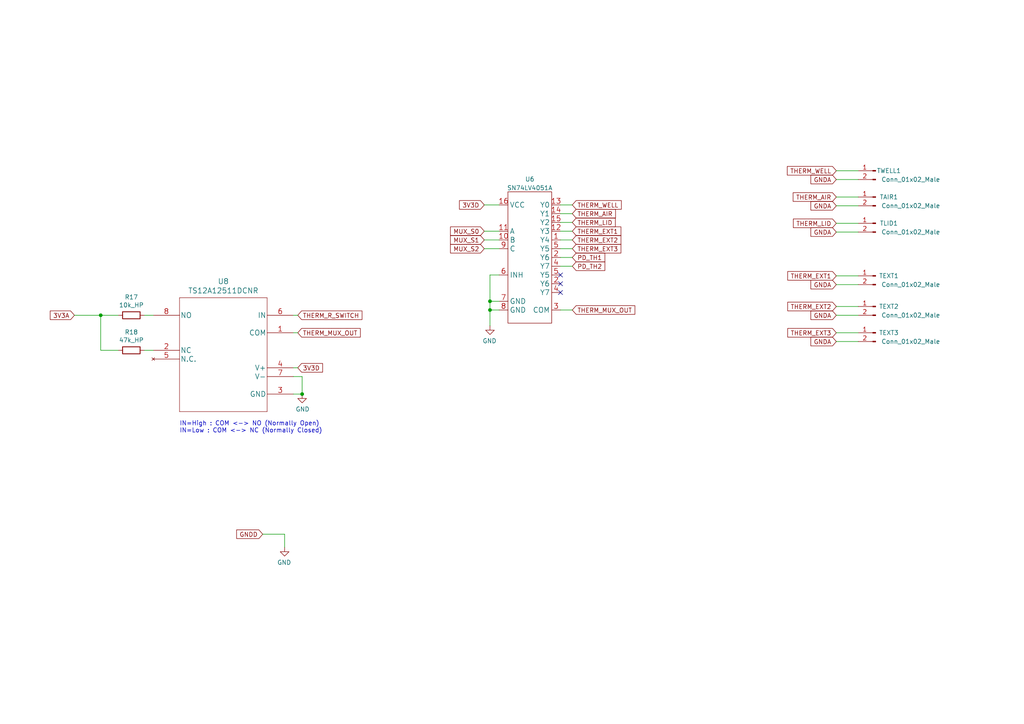
<source format=kicad_sch>
(kicad_sch (version 20211123) (generator eeschema)
  (paper "A4")
  (lib_symbols
    (symbol "Connector:Conn_01x02_Male" (pin_names (offset 1.016) hide)
      (property "Reference" "J" (at 0 2.54 0))
      (property "Value" "Conn_01x02_Male" (at 0 -5.08 0))
      (symbol "Conn_01x02_Male_1_1"
        (polyline (pts (xy 1.27 -2.54) (xy 0.8636 -2.54)) (stroke (width 0.1524)))
        (polyline (pts (xy 1.27 0) (xy 0.8636 0)) (stroke (width 0.1524)))
        (rectangle (start 0.8636 -2.413) (end 0 -2.667) (stroke (width 0.1524)) (fill (type outline)))
        (rectangle (start 0.8636 0.127) (end 0 -0.127) (stroke (width 0.1524)) (fill (type outline)))
        (pin passive line (at 5.08 0 180) (length 3.81) (name "Pin_1") (number "1"))
        (pin passive line (at 5.08 -2.54 180) (length 3.81) (name "Pin_2") (number "2"))
      )
    )
    (symbol "Device:R" (pin_numbers hide) (pin_names (offset 0))
      (property "Reference" "R" (at 2.032 0 90))
      (property "Value" "R" (at 0 0 90))
      (symbol "R_0_1"
        (rectangle (start -1.016 -2.54) (end 1.016 2.54) (stroke (width 0.254)))
      )
      (symbol "R_1_1"
        (pin passive line (at 0 3.81 270) (length 1.27) (name "~") (number "1"))
        (pin passive line (at 0 -3.81 90) (length 1.27) (name "~") (number "2"))
      )
    )
    (symbol "Ninja-qPCR:SN74LV4051A"
      (property "Reference" "U" (at -6.35 5.08 0))
      (property "Value" "SN74LV4051A" (at -6.35 -35.56 0))
      (symbol "SN74LV4051A_0_1"
        (rectangle (start -12.7 3.81) (end 0 -34.29) (stroke (width 0.1524)))
      )
      (symbol "SN74LV4051A_1_1"
        (pin power_in line (at -15.24 -10.16 0) (length 2.54) (name "Y4") (number "1"))
        (pin power_in line (at 2.54 -10.16 180) (length 2.54) (name "B") (number "10"))
        (pin power_in line (at 2.54 -7.62 180) (length 2.54) (name "A") (number "11"))
        (pin power_in line (at -15.24 -7.62 0) (length 2.54) (name "Y3") (number "12"))
        (pin power_in line (at -15.24 0 0) (length 2.54) (name "Y0") (number "13"))
        (pin power_in line (at -15.24 -2.54 0) (length 2.54) (name "Y1") (number "14"))
        (pin power_in line (at -15.24 -5.08 0) (length 2.54) (name "Y2") (number "15"))
        (pin power_in line (at 2.54 0 180) (length 2.54) (name "VCC") (number "16"))
        (pin power_in line (at -15.24 -22.86 0) (length 2.54) (name "Y6") (number "2"))
        (pin power_in line (at -15.24 -15.24 0) (length 2.54) (name "Y6") (number "2"))
        (pin power_in line (at -15.24 -30.48 0) (length 2.54) (name "COM") (number "3"))
        (pin power_in line (at -15.24 -25.4 0) (length 2.54) (name "Y7") (number "4"))
        (pin power_in line (at -15.24 -17.78 0) (length 2.54) (name "Y7") (number "4"))
        (pin power_in line (at -15.24 -20.32 0) (length 2.54) (name "Y5") (number "5"))
        (pin power_in line (at -15.24 -12.7 0) (length 2.54) (name "Y5") (number "5"))
        (pin power_in line (at 2.54 -20.32 180) (length 2.54) (name "INH") (number "6"))
        (pin power_in line (at 2.54 -27.94 180) (length 2.54) (name "GND") (number "7"))
        (pin power_in line (at 2.54 -30.48 180) (length 2.54) (name "GND") (number "8"))
        (pin power_in line (at 2.54 -12.7 180) (length 2.54) (name "C") (number "9"))
      )
    )
    (symbol "Ninja-qPCR:TS12A12511DCNR" (pin_names (offset 0.254))
      (property "Reference" "U" (at 20.32 10.16 0))
      (property "Value" "Ninja-qPCR_TS12A12511DCNR" (at 20.32 7.62 0))
      (symbol "TS12A12511DCNR_1_1"
        (polyline (pts (xy 7.62 -27.94) (xy 33.02 -27.94)) (stroke (width 0.127)))
        (polyline (pts (xy 7.62 5.08) (xy 7.62 -27.94)) (stroke (width 0.127)))
        (polyline (pts (xy 33.02 -27.94) (xy 33.02 5.08)) (stroke (width 0.127)))
        (polyline (pts (xy 33.02 5.08) (xy 7.62 5.08)) (stroke (width 0.127)))
        (pin bidirectional line (at 0 -5.08 0) (length 7.62) (name "COM") (number "1"))
        (pin output line (at 40.64 -10.16 180) (length 7.62) (name "NC") (number "2"))
        (pin power_in line (at 0 -22.86 0) (length 7.62) (name "GND") (number "3"))
        (pin power_in line (at 0 -15.24 0) (length 7.62) (name "V+") (number "4"))
        (pin no_connect line (at 40.64 -12.7 180) (length 7.62) (name "N.C.") (number "5"))
        (pin input line (at 0 0 0) (length 7.62) (name "IN") (number "6"))
        (pin power_in line (at 0 -17.78 0) (length 7.62) (name "V-") (number "7"))
        (pin output line (at 40.64 0 180) (length 7.62) (name "NO") (number "8"))
      )
    )
    (symbol "power:GND" (power) (pin_names (offset 0))
      (property "Value" "GND" (at 0 -3.81 0))
      (symbol "GND_0_1"
        (polyline (pts (xy 0 0) (xy 0 -1.27) (xy 1.27 -1.27) (xy 0 -2.54) (xy -1.27 -1.27) (xy 0 -1.27)))
      )
      (symbol "GND_1_1"
        (pin power_in line (at 0 0 270) (length 0) hide (name "GND") (number "1"))
      )
    )
  )
  (junction (at 29.21 91.44))
  (junction (at 142.113 87.376))
  (junction (at 142.113 89.916))
  (junction (at 87.63 114.3))
  (no_connect (at 162.56 84.836))
  (no_connect (at 162.56 82.296))
  (no_connect (at 162.56 79.756))
  (wire (pts (xy 34.29 101.6) (xy 29.21 101.6)))
  (wire (pts (xy 242.57 49.53) (xy 248.92 49.53)))
  (wire (pts (xy 248.92 82.55) (xy 242.57 82.55)))
  (wire (pts (xy 162.56 69.596) (xy 165.989 69.596)))
  (wire (pts (xy 242.57 64.77) (xy 248.92 64.77)))
  (wire (pts (xy 242.57 96.52) (xy 248.92 96.52)))
  (wire (pts (xy 248.92 67.31) (xy 242.57 67.31)))
  (wire (pts (xy 242.57 80.01) (xy 248.92 80.01)))
  (wire (pts (xy 242.57 88.9) (xy 248.92 88.9)))
  (wire (pts (xy 242.57 91.44) (xy 248.92 91.44)))
  (wire (pts (xy 142.113 89.916) (xy 144.78 89.916)))
  (wire (pts (xy 21.59 91.44) (xy 29.21 91.44)))
  (wire (pts (xy 162.56 61.976) (xy 165.989 61.976)))
  (wire (pts (xy 76.2 154.94) (xy 82.55 154.94)))
  (wire (pts (xy 87.63 109.22) (xy 87.63 114.3)))
  (wire (pts (xy 85.09 96.52) (xy 86.36 96.52)))
  (wire (pts (xy 162.56 72.136) (xy 165.989 72.136)))
  (wire (pts (xy 162.56 67.056) (xy 165.989 67.056)))
  (wire (pts (xy 140.462 67.056) (xy 144.78 67.056)))
  (wire (pts (xy 87.63 114.3) (xy 85.09 114.3)))
  (wire (pts (xy 85.09 109.22) (xy 87.63 109.22)))
  (wire (pts (xy 44.45 91.44) (xy 41.91 91.44)))
  (wire (pts (xy 140.462 59.436) (xy 144.78 59.436)))
  (wire (pts (xy 144.78 87.376) (xy 142.113 87.376)))
  (wire (pts (xy 162.56 64.516) (xy 165.989 64.516)))
  (wire (pts (xy 242.57 52.07) (xy 248.92 52.07)))
  (wire (pts (xy 142.113 79.756) (xy 142.113 87.376)))
  (wire (pts (xy 29.21 91.44) (xy 34.29 91.44)))
  (wire (pts (xy 162.56 59.436) (xy 165.989 59.436)))
  (wire (pts (xy 140.462 69.596) (xy 144.78 69.596)))
  (wire (pts (xy 162.56 77.216) (xy 165.989 77.216)))
  (wire (pts (xy 162.56 89.916) (xy 165.989 89.916)))
  (wire (pts (xy 140.462 72.136) (xy 144.78 72.136)))
  (wire (pts (xy 248.92 59.69) (xy 242.57 59.69)))
  (wire (pts (xy 242.57 99.06) (xy 248.92 99.06)))
  (wire (pts (xy 82.55 154.94) (xy 82.55 158.75)))
  (wire (pts (xy 86.36 91.44) (xy 85.09 91.44)))
  (wire (pts (xy 142.113 87.376) (xy 142.113 89.916)))
  (wire (pts (xy 248.92 57.15) (xy 242.57 57.15)))
  (wire (pts (xy 41.91 101.6) (xy 44.45 101.6)))
  (wire (pts (xy 85.09 106.68) (xy 86.36 106.68)))
  (wire (pts (xy 162.56 74.676) (xy 165.989 74.676)))
  (wire (pts (xy 29.21 101.6) (xy 29.21 91.44)))
  (wire (pts (xy 142.113 89.916) (xy 142.113 94.488)))
  (wire (pts (xy 144.78 79.756) (xy 142.113 79.756)))
  (text "IN=High : COM <-> NO (Normally Open)\nIN=Low : COM <-> NC (Normally Closed)" (at 52.07 125.73 0) (effects (font (size 1.27 1.27)) (justify left bottom)))
  (global_label "THERM_WELL" (shape input) (at 165.989 59.436 0) (property "Intersheet References" "${INTERSHEET_REFS}" (effects hide)))
  (global_label "THERM_EXT2" (shape input) (at 242.57 88.9 180) (property "Intersheet References" "${INTERSHEET_REFS}" (effects hide)))
  (global_label "GNDA" (shape input) (at 242.57 59.69 180) (property "Intersheet References" "${INTERSHEET_REFS}" (effects hide)))
  (global_label "THERM_EXT1" (shape input) (at 242.57 80.01 180) (property "Intersheet References" "${INTERSHEET_REFS}" (effects hide)))
  (global_label "MUX_S1" (shape input) (at 140.462 69.596 180) (property "Intersheet References" "${INTERSHEET_REFS}" (effects hide)))
  (global_label "GNDA" (shape input) (at 242.57 82.55 180) (property "Intersheet References" "${INTERSHEET_REFS}" (effects hide)))
  (global_label "3V3D" (shape input) (at 86.36 106.68 0) (property "Intersheet References" "${INTERSHEET_REFS}" (effects hide)))
  (global_label "THERM_EXT2" (shape input) (at 165.989 69.596 0) (property "Intersheet References" "${INTERSHEET_REFS}" (effects hide)))
  (global_label "THERM_MUX_OUT" (shape input) (at 86.36 96.52 0) (property "Intersheet References" "${INTERSHEET_REFS}" (effects hide)))
  (global_label "PD_TH1" (shape input) (at 165.989 74.676 0) (property "Intersheet References" "${INTERSHEET_REFS}" (effects hide)))
  (global_label "MUX_S2" (shape input) (at 140.462 72.136 180) (property "Intersheet References" "${INTERSHEET_REFS}" (effects hide)))
  (global_label "3V3D" (shape input) (at 140.462 59.436 180) (property "Intersheet References" "${INTERSHEET_REFS}" (effects hide)))
  (global_label "THERM_MUX_OUT" (shape input) (at 165.989 89.916 0) (property "Intersheet References" "${INTERSHEET_REFS}" (effects hide)))
  (global_label "GNDA" (shape input) (at 242.57 99.06 180) (property "Intersheet References" "${INTERSHEET_REFS}" (effects hide)))
  (global_label "THERM_LID" (shape input) (at 165.989 64.516 0) (property "Intersheet References" "${INTERSHEET_REFS}" (effects hide)))
  (global_label "THERM_AIR" (shape input) (at 242.57 57.15 180) (property "Intersheet References" "${INTERSHEET_REFS}" (effects hide)))
  (global_label "PD_TH2" (shape input) (at 165.989 77.216 0) (property "Intersheet References" "${INTERSHEET_REFS}" (effects hide)))
  (global_label "THERM_LID" (shape input) (at 242.57 64.77 180) (property "Intersheet References" "${INTERSHEET_REFS}" (effects hide)))
  (global_label "GNDA" (shape input) (at 242.57 91.44 180) (property "Intersheet References" "${INTERSHEET_REFS}" (effects hide)))
  (global_label "THERM_EXT3" (shape input) (at 242.57 96.52 180) (property "Intersheet References" "${INTERSHEET_REFS}" (effects hide)))
  (global_label "3V3A" (shape input) (at 21.59 91.44 180) (property "Intersheet References" "${INTERSHEET_REFS}" (effects hide)))
  (global_label "THERM_EXT3" (shape input) (at 165.989 72.136 0) (property "Intersheet References" "${INTERSHEET_REFS}" (effects hide)))
  (global_label "GNDA" (shape input) (at 242.57 52.07 180) (property "Intersheet References" "${INTERSHEET_REFS}" (effects hide)))
  (global_label "THERM_AIR" (shape input) (at 165.989 61.976 0) (property "Intersheet References" "${INTERSHEET_REFS}" (effects hide)))
  (global_label "GNDA" (shape input) (at 242.57 67.31 180) (property "Intersheet References" "${INTERSHEET_REFS}" (effects hide)))
  (global_label "THERM_WELL" (shape input) (at 242.57 49.53 180) (property "Intersheet References" "${INTERSHEET_REFS}" (effects hide)))
  (global_label "GNDD" (shape input) (at 76.2 154.94 180) (property "Intersheet References" "${INTERSHEET_REFS}" (effects hide)))
  (global_label "THERM_R_SWITCH" (shape input) (at 86.36 91.44 0) (property "Intersheet References" "${INTERSHEET_REFS}" (effects hide)))
  (global_label "THERM_EXT1" (shape input) (at 165.989 67.056 0) (property "Intersheet References" "${INTERSHEET_REFS}" (effects hide)))
  (global_label "MUX_S0" (shape input) (at 140.462 67.056 180) (property "Intersheet References" "${INTERSHEET_REFS}" (effects hide)))
  (symbol (lib_id "power:GND") (at 82.55 158.75 0) (mirror y) (unit 1)
    (property "Reference" "#PWR011" (effects hide))
    (property "Value" "GND" (at 82.423 163.1442 0))
  )
  (symbol (lib_id "Ninja-qPCR:TS12A12511DCNR") (at 85.09 91.44 0) (mirror y) (unit 1)
    (property "Reference" "U8" (at 64.77 81.6102 0) (effects (font (size 1.524 1.524))))
    (property "Value" "TS12A12511DCNR" (at 64.77 84.3026 0) (effects (font (size 1.524 1.524))))
    (property "Footprint" "Ninja-qPCR:SOT-23-8-8.3mil" (effects hide))
  )
  (symbol (lib_id "power:GND") (at 87.63 114.3 0) (unit 1)
    (property "Reference" "#PWR09" (effects hide))
    (property "Value" "GND" (at 87.757 118.6942 0))
  )
  (symbol (lib_id "Device:R") (at 38.1 101.6 90) (mirror x) (unit 1)
    (property "Reference" "R18" (at 38.1 96.3422 90))
    (property "Value" "47k_HP" (at 38.1 98.6536 90))
    (property "Footprint" "Resistor_SMD:R_0603_1608Metric" (effects hide))
  )
  (symbol (lib_id "Device:R") (at 38.1 91.44 90) (mirror x) (unit 1)
    (property "Reference" "R17" (at 38.1 86.1822 90))
    (property "Value" "10k_HP" (at 38.1 88.4936 90))
    (property "Footprint" "Resistor_SMD:R_0603_1608Metric" (effects hide))
  )
  (symbol (lib_id "Connector:Conn_01x02_Male") (at 254 80.01 0) (mirror y) (unit 1)
    (property "Reference" "TEXT1" (at 257.81 80.01 0))
    (property "Value" "Conn_01x02_Male" (at 264.16 82.55 0))
    (property "Footprint" "Connector_PinHeader_1.27mm:PinHeader_1x02_P1.27mm_Vertical" (effects hide))
  )
  (symbol (lib_id "Connector:Conn_01x02_Male") (at 254 64.77 0) (mirror y) (unit 1)
    (property "Reference" "TLID1" (at 257.81 64.77 0))
    (property "Value" "Conn_01x02_Male" (at 264.16 67.31 0))
    (property "Footprint" "Connector_PinHeader_2.54mm:PinHeader_1x02_P2.54mm_Vertical" (effects hide))
  )
  (symbol (lib_id "Connector:Conn_01x02_Male") (at 254 88.9 0) (mirror y) (unit 1)
    (property "Reference" "TEXT2" (at 257.81 88.9 0))
    (property "Value" "Conn_01x02_Male" (at 264.16 91.44 0))
    (property "Footprint" "Connector_PinHeader_1.27mm:PinHeader_1x02_P1.27mm_Vertical" (effects hide))
  )
  (symbol (lib_id "Connector:Conn_01x02_Male") (at 254 57.15 0) (mirror y) (unit 1)
    (property "Reference" "TAIR1" (at 257.81 57.15 0))
    (property "Value" "Conn_01x02_Male" (at 264.16 59.69 0))
    (property "Footprint" "Connector_PinHeader_2.54mm:PinHeader_1x02_P2.54mm_Vertical" (effects hide))
  )
  (symbol (lib_id "Connector:Conn_01x02_Male") (at 254 49.53 0) (mirror y) (unit 1)
    (property "Reference" "TWELL1" (at 257.81 49.53 0))
    (property "Value" "Conn_01x02_Male" (at 264.16 52.07 0))
    (property "Footprint" "Connector_PinHeader_2.54mm:PinHeader_1x02_P2.54mm_Vertical" (effects hide))
  )
  (symbol (lib_id "Connector:Conn_01x02_Male") (at 254 96.52 0) (mirror y) (unit 1)
    (property "Reference" "TEXT3" (at 257.81 96.52 0))
    (property "Value" "Conn_01x02_Male" (at 264.16 99.06 0))
    (property "Footprint" "Connector_PinHeader_1.27mm:PinHeader_1x02_P1.27mm_Vertical" (effects hide))
  )
  (symbol (lib_id "power:GND") (at 142.113 94.488 0) (mirror y) (unit 1)
    (property "Reference" "#PWR0117" (effects hide))
    (property "Value" "GND" (at 141.986 98.8822 0))
  )
  (symbol (lib_id "Ninja-qPCR:SN74LV4051A") (at 147.32 59.436 0) (mirror y) (unit 1)
    (property "Reference" "U6" (at 153.67 51.977 0))
    (property "Value" "SN74LV4051A" (at 153.67 54.5139 0))
    (property "Footprint" "Package_SO:SOIC-16_3.9x9.9mm_P1.27mm" (effects hide))
  )
)
</source>
